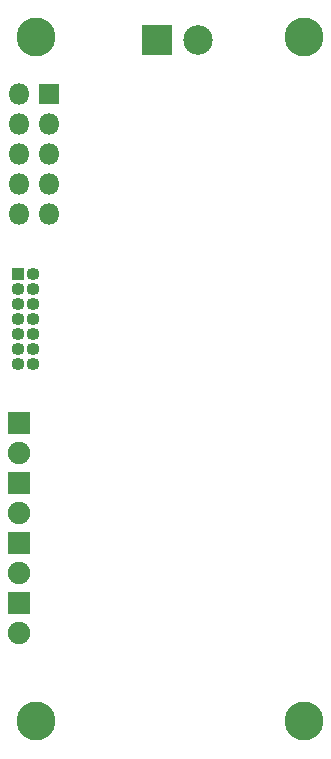
<source format=gbr>
%TF.GenerationSoftware,KiCad,Pcbnew,5.1.5+dfsg1-2build2*%
%TF.CreationDate,2022-11-14T11:38:36+01:00*%
%TF.ProjectId,ebus,65627573-2e6b-4696-9361-645f70636258,rev?*%
%TF.SameCoordinates,Original*%
%TF.FileFunction,Soldermask,Bot*%
%TF.FilePolarity,Negative*%
%FSLAX46Y46*%
G04 Gerber Fmt 4.6, Leading zero omitted, Abs format (unit mm)*
G04 Created by KiCad (PCBNEW 5.1.5+dfsg1-2build2) date 2022-11-14 11:38:36*
%MOMM*%
%LPD*%
G04 APERTURE LIST*
%ADD10O,1.100000X1.100000*%
%ADD11R,1.100000X1.100000*%
%ADD12O,1.800000X1.800000*%
%ADD13R,1.800000X1.800000*%
%ADD14C,3.300000*%
%ADD15C,2.500000*%
%ADD16R,2.500000X2.500000*%
%ADD17C,1.900000*%
%ADD18R,1.900000X1.900000*%
G04 APERTURE END LIST*
D10*
%TO.C,J8*%
X66675000Y-114427000D03*
X65405000Y-114427000D03*
X66675000Y-113157000D03*
X65405000Y-113157000D03*
X66675000Y-111887000D03*
X65405000Y-111887000D03*
X66675000Y-110617000D03*
X65405000Y-110617000D03*
X66675000Y-109347000D03*
X65405000Y-109347000D03*
X66675000Y-108077000D03*
X65405000Y-108077000D03*
X66675000Y-106807000D03*
D11*
X65405000Y-106807000D03*
%TD*%
D12*
%TO.C,J3*%
X65532000Y-101727000D03*
X68072000Y-101727000D03*
X65532000Y-99187000D03*
X68072000Y-99187000D03*
X65532000Y-96647000D03*
X68072000Y-96647000D03*
X65532000Y-94107000D03*
X68072000Y-94107000D03*
X65532000Y-91567000D03*
D13*
X68072000Y-91567000D03*
%TD*%
D14*
%TO.C,H4*%
X89662000Y-144653000D03*
%TD*%
%TO.C,H3*%
X89662000Y-86741000D03*
%TD*%
%TO.C,H2*%
X66929000Y-144653000D03*
%TD*%
%TO.C,H1*%
X66929000Y-86741000D03*
%TD*%
D15*
%TO.C,J1*%
X80716000Y-86995000D03*
D16*
X77216000Y-86995000D03*
%TD*%
D17*
%TO.C,D6*%
X65532000Y-121920000D03*
D18*
X65532000Y-119380000D03*
%TD*%
D17*
%TO.C,D5*%
X65532000Y-137160000D03*
D18*
X65532000Y-134620000D03*
%TD*%
D17*
%TO.C,D4*%
X65532000Y-127000000D03*
D18*
X65532000Y-124460000D03*
%TD*%
D17*
%TO.C,D2*%
X65532000Y-132080000D03*
D18*
X65532000Y-129540000D03*
%TD*%
M02*

</source>
